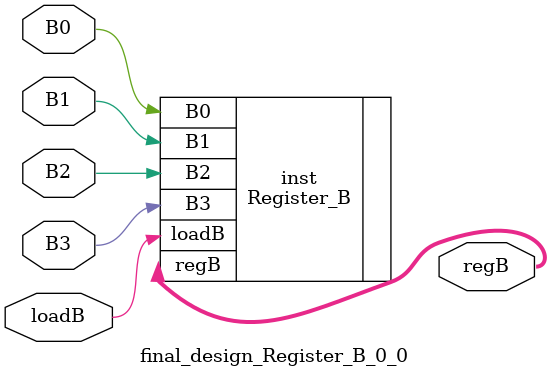
<source format=v>



// IP VLNV: xilinx.com:module_ref:Register_B:1.0
// IP Revision: 1

`timescale 1ns/1ps

(* IP_DEFINITION_SOURCE = "module_ref" *)
(* DowngradeIPIdentifiedWarnings = "yes" *)
module final_design_Register_B_0_0 (
  B0,
  B1,
  B2,
  B3,
  loadB,
  regB
);

input wire B0;
input wire B1;
input wire B2;
input wire B3;
input wire loadB;
output wire [7 : 0] regB;

  Register_B inst (
    .B0(B0),
    .B1(B1),
    .B2(B2),
    .B3(B3),
    .loadB(loadB),
    .regB(regB)
  );
endmodule

</source>
